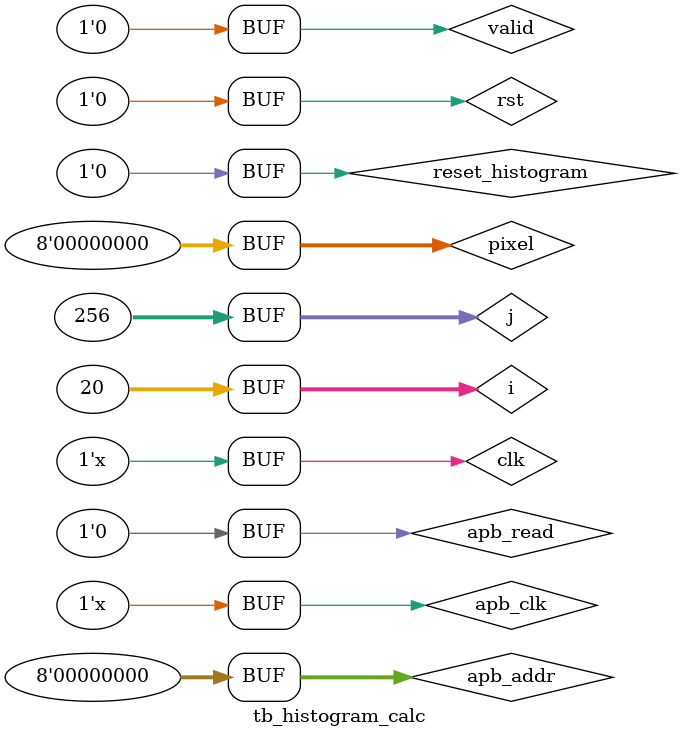
<source format=v>
`timescale 1ns / 1ps
`default_nettype none

module tb_histogram_calc(

    );

    // TEST IMAGE: 16x9
    // TEST IMAGE FULL: 20x12

    
    localparam CLK_PERIOD = 10;
    localparam HALF_CLK_PERIOD = CLK_PERIOD/2;

    localparam APB_CLK_PERIOD = 18;
    localparam HALF_APB_CLK_PERIOD = APB_CLK_PERIOD/2;

    reg clk = 1'b0;
    reg apb_clk = 1'b0;
    reg rst = 1'b1;
    reg valid = 1'b0;
    reg [7:0] pixel = 8'b0;
    reg [7:0] apb_addr = 8'b0;
    reg apb_read = 1'b0;
    reg reset_histogram = 1'b0;

    wire [31:0] o_hist;

    reg [7:0] img[19:0][11:0];

    integer i, j;
    initial begin
        for(i = 0; i < 20; i = i + 1) begin
            for(j = 0; j < 12; j = j + 1) begin
                img[i][j] <= i+j;
            end
        end
    end

    // STIMULUS
    always
    begin
        clk <= ~clk;
        #HALF_CLK_PERIOD;
    end

    always 
    begin
        apb_clk <= ~apb_clk;
        #HALF_APB_CLK_PERIOD;
    end

    initial begin
        #CLK_PERIOD;
        #CLK_PERIOD;
        #CLK_PERIOD;
        #CLK_PERIOD;
        #CLK_PERIOD;
        rst <= 1'b0;

        // Reset histogram, then check all memory cells.
        reset_histogram <= 1'b1;
        #CLK_PERIOD;
        reset_histogram <= 1'b0;

        for(j = 0; j < 256; j = j + 1) begin
            #CLK_PERIOD;
        end
        for(j = 0; j < 256; j = j + 1) begin
            pixel <= pixel + 1;
            #CLK_PERIOD;
        end


        // Create histogram by feeding a simulated image.
        valid <= 1'b1;

        for(j = 0; j < 12; j = j + 1) begin
            for(i = 0; i < 20; i = i + 1) begin
                pixel <= img[i][j];
                #CLK_PERIOD;
            end
        end

        valid <= 1'b0;
        pixel <= 8'b0;

        #CLK_PERIOD;
        #CLK_PERIOD;
        #CLK_PERIOD;
        #CLK_PERIOD;
        #CLK_PERIOD;

        // Check new histogram values.
        for(j = 0; j < 256; j = j + 1) begin
            pixel <= pixel + 1;
            #CLK_PERIOD;
        end

        #CLK_PERIOD;
        #CLK_PERIOD;
        #CLK_PERIOD;
        #CLK_PERIOD;
        #CLK_PERIOD;

        // Reset histogram and check all memory cells.
        // Check BRAM reserved for APB read.
        reset_histogram <= 1'b1;
        #CLK_PERIOD;
        reset_histogram <= 1'b0;

        #CLK_PERIOD;
        #CLK_PERIOD;
        #CLK_PERIOD;
        #CLK_PERIOD;
        #CLK_PERIOD;

        for(j = 0; j < 256; j = j + 1) begin
            #CLK_PERIOD;
        end
        for(j = 0; j < 256; j = j + 1) begin
            pixel <= pixel + 1;
            #CLK_PERIOD;
        end
        apb_read <= 1'b1;
        for(j = 0; j < 256; j = j + 1) begin
            apb_addr <= apb_addr + 1;
            #APB_CLK_PERIOD;
        end
        apb_read <= 1'b0;

        #1000;
    end


    histogram_calc #(
            .DATA_WIDTH(32),
            .DEPTH(256)
        ) u_dut (
            .rst(rst),
            .hdmi_clk(clk),
            .i_hdmi_addr(pixel),
            .i_hdmi_valid(valid),

            .apb_clk(apb_clk),
            .i_apb_addr(apb_addr),
            .i_apb_read(apb_read),

            .i_hist_rst(reset_histogram),

            .o_data(o_hist)
        );






endmodule

</source>
